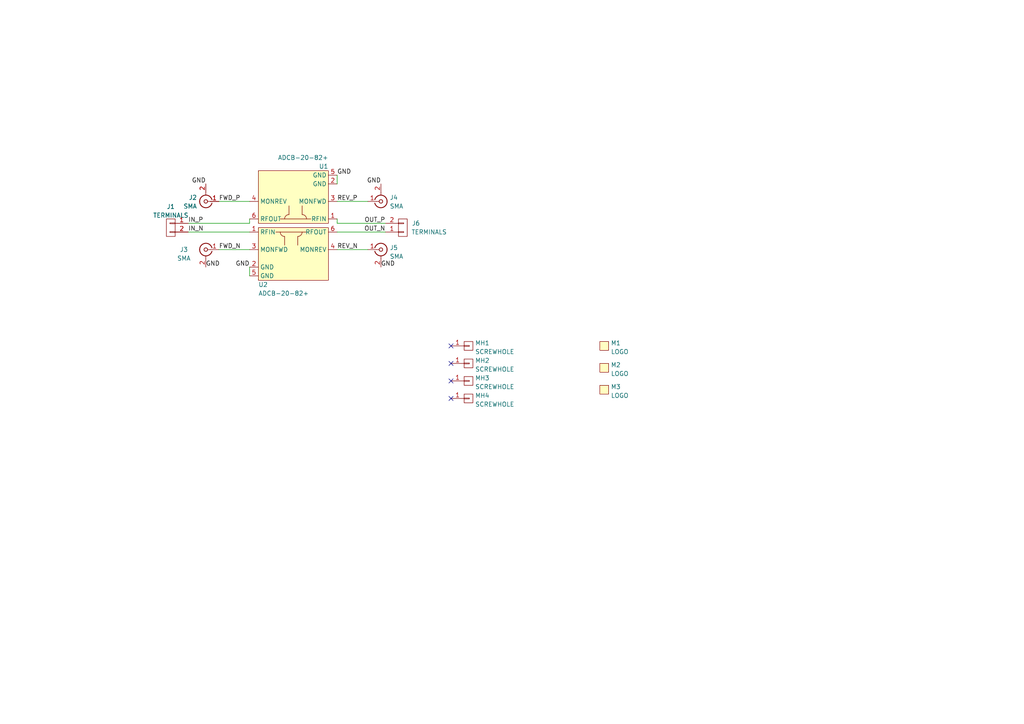
<source format=kicad_sch>
(kicad_sch (version 20211123) (generator eeschema)
  (paper "A4")
  (title_block (title "Base-T1 Inline Probe") (date "2024-01-20") (rev "0.1") (company "Antikernel Labs") (comment 1 "Andrew D. Zonenberg"))
  (lib_symbols
    (symbol "analog-azonenberg:COUPLER_MINICIRCUITS_ADCB-20-82+"
      (property "Reference" "U" (at 0 -1.27 0))
      (property "Value" "COUPLER_MINICIRCUITS_ADCB-20-82+" (at 0 -3.81 0))
      (symbol "COUPLER_MINICIRCUITS_ADCB-20-82+_0_1"
        (polyline (pts (xy 5.08 13.97) (xy 13.97 13.97)) (stroke (width 0.1524)))
        (polyline (pts (xy 7.62 12.7) (xy 7.62 10.16)) (stroke (width 0.1524)))
        (polyline (pts (xy 11.43 12.7) (xy 11.43 10.16)) (stroke (width 0.1524)))
        (rectangle (start 0 15.24) (end 20.32 0) (stroke (width 0.1524)) (fill (type background)))
        (arc (start 6.35 13.97) (mid 5.452 11.802) (end 7.62 12.7) (stroke (width 0.1524)))
        (arc (start 11.43 12.7) (mid 13.598 11.802) (end 12.7 13.97) (stroke (width 0.1524)))
      )
      (symbol "COUPLER_MINICIRCUITS_ADCB-20-82+_1_1"
        (pin input line (at -2.54 13.97 0) (length 2.54) (name "RFIN") (number "1"))
        (pin power_in line (at -2.54 3.81 0) (length 2.54) (name "GND") (number "2"))
        (pin output line (at -2.54 8.89 0) (length 2.54) (name "MONFWD") (number "3"))
        (pin output line (at 22.86 8.89 180) (length 2.54) (name "MONREV") (number "4"))
        (pin power_in line (at -2.54 1.27 0) (length 2.54) (name "GND") (number "5"))
        (pin output line (at 22.86 13.97 180) (length 2.54) (name "RFOUT") (number "6"))
      )
    )
    (symbol "conn:CONN_01X01" (pin_names (offset 1.016) hide)
      (property "Reference" "J" (at 0 2.54 0))
      (property "Value" "CONN_01X01" (at 2.54 0 90))
      (symbol "CONN_01X01_0_1"
        (rectangle (start -1.27 0.127) (end 0.254 -0.127))
        (rectangle (start -1.27 1.27) (end 1.27 -1.27))
      )
      (symbol "CONN_01X01_1_1"
        (pin passive line (at -5.08 0 0) (length 3.81) (name "P1") (number "1"))
      )
    )
    (symbol "conn:CONN_01X02" (pin_names (offset 1.016) hide)
      (property "Reference" "J" (at 0 3.81 0))
      (property "Value" "CONN_01X02" (at 2.54 0 90))
      (symbol "CONN_01X02_0_1"
        (rectangle (start -1.27 -1.143) (end 0.254 -1.397))
        (rectangle (start -1.27 1.397) (end 0.254 1.143))
        (rectangle (start -1.27 2.54) (end 1.27 -2.54))
      )
      (symbol "CONN_01X02_1_1"
        (pin passive line (at -5.08 1.27 0) (length 3.81) (name "P1") (number "1"))
        (pin passive line (at -5.08 -1.27 0) (length 3.81) (name "P2") (number "2"))
      )
    )
    (symbol "conn:CONN_COAXIAL" (pin_names (offset 1.016) hide)
      (property "Reference" "J" (at 0.254 3.048 0))
      (property "Value" "CONN_COAXIAL" (at 2.921 0 90))
      (symbol "CONN_COAXIAL_0_1"
        (arc (start -1.778 -0.508) (mid 0.2311 -1.8066) (end 1.778 0) (stroke (width 0.254)))
        (polyline (pts (xy -1.27 0) (xy -0.508 0)))
        (polyline (pts (xy 0 -2.54) (xy 0 -1.778)))
        (circle (center 0 0) (radius 0.508) (stroke (width 0.2032)))
        (arc (start 1.778 0) (mid 0.2099 1.8101) (end -1.778 0.508) (stroke (width 0.254)))
      )
      (symbol "CONN_COAXIAL_1_1"
        (pin passive line (at -3.81 0 0) (length 2.54) (name "In") (number "1"))
        (pin passive line (at 0 -5.08 90) (length 2.54) (name "Ext") (number "2"))
      )
    )
    (symbol "special-azonenberg:MECHANICAL" (pin_names (offset 1.016))
      (property "Reference" "M" (at 0 -2.54 0))
      (property "Value" "MECHANICAL" (at 0 -5.08 0))
      (symbol "MECHANICAL_0_1"
        (rectangle (start 0 1.27) (end 2.54 -1.27) (fill (type background)))
      )
    )
  )
  (no_connect (at 130.81 100.33))
  (no_connect (at 130.81 105.41))
  (no_connect (at 130.81 110.49))
  (no_connect (at 130.81 115.57))
  (wire (pts (xy 97.79 63.5) (xy 97.79 64.77)))
  (wire (pts (xy 97.79 64.77) (xy 111.76 64.77)))
  (wire (pts (xy 72.39 64.77) (xy 72.39 63.5)))
  (wire (pts (xy 63.5 58.42) (xy 72.39 58.42)))
  (wire (pts (xy 97.79 58.42) (xy 106.68 58.42)))
  (wire (pts (xy 54.61 64.77) (xy 72.39 64.77)))
  (wire (pts (xy 97.79 50.8) (xy 97.79 53.34)))
  (wire (pts (xy 97.79 72.39) (xy 106.68 72.39)))
  (wire (pts (xy 54.61 67.31) (xy 72.39 67.31)))
  (wire (pts (xy 72.39 77.47) (xy 72.39 80.01)))
  (wire (pts (xy 63.5 72.39) (xy 72.39 72.39)))
  (wire (pts (xy 97.79 67.31) (xy 111.76 67.31)))
  (label "GND" (at 72.39 77.47 180))
  (label "REV_N" (at 97.79 72.39 0))
  (label "OUT_N" (at 111.76 67.31 180))
  (label "IN_P" (at 54.61 64.77 0))
  (label "GND" (at 97.79 50.8 0))
  (label "REV_P" (at 97.79 58.42 0))
  (label "OUT_P" (at 111.76 64.77 180))
  (label "GND" (at 59.69 77.47 0))
  (label "GND" (at 110.49 77.47 0))
  (label "FWD_P" (at 63.5 58.42 0))
  (label "IN_N" (at 54.61 67.31 0))
  (label "FWD_N" (at 63.5 72.39 0))
  (label "GND" (at 110.49 53.34 180))
  (label "GND" (at 59.69 53.34 180))
  (symbol (lib_id "conn:CONN_01X01") (at 135.89 110.49 0) (unit 1)
    (property "Reference" "MH3" (at 137.795 109.6553 0) (effects (justify left)))
    (property "Value" "SCREWHOLE" (at 137.795 112.1922 0) (effects (justify left)))
    (property "Footprint" "azonenberg_pcb:MECHANICAL_CLEARANCEHOLE_4_40" (effects hide))
  )
  (symbol (lib_id "conn:CONN_01X02") (at 116.84 66.04 0) (mirror x) (unit 1)
    (property "Reference" "J6" (at 120.65 64.77 0))
    (property "Value" "TERMINALS" (at 124.46 67.31 0))
    (property "Footprint" "azonenberg_pcb:CONN_HEADER_2.54MM_1x2" (effects hide))
  )
  (symbol (lib_id "conn:CONN_01X01") (at 135.89 115.57 0) (unit 1)
    (property "Reference" "MH4" (at 137.795 114.7353 0) (effects (justify left)))
    (property "Value" "SCREWHOLE" (at 137.795 117.2722 0) (effects (justify left)))
    (property "Footprint" "azonenberg_pcb:MECHANICAL_CLEARANCEHOLE_4_40" (effects hide))
  )
  (symbol (lib_id "conn:CONN_01X01") (at 135.89 100.33 0) (unit 1)
    (property "Reference" "MH1" (at 137.795 99.4953 0) (effects (justify left)))
    (property "Value" "SCREWHOLE" (at 137.795 102.0322 0) (effects (justify left)))
    (property "Footprint" "azonenberg_pcb:MECHANICAL_CLEARANCEHOLE_4_40" (effects hide))
  )
  (symbol (lib_id "analog-azonenberg:COUPLER_MINICIRCUITS_ADCB-20-82+") (at 95.25 49.53 180) (unit 1)
    (property "Reference" "U1" (at 95.25 48.26 0) (effects (justify left)))
    (property "Value" "ADCB-20-82+" (at 95.25 45.7231 0) (effects (justify left)))
    (property "Footprint" "azonenberg_pcb:COUPLER_MINICIRCUITS_ADCB-20-82+" (effects hide))
  )
  (symbol (lib_id "conn:CONN_01X01") (at 135.89 105.41 0) (unit 1)
    (property "Reference" "MH2" (at 137.795 104.5753 0) (effects (justify left)))
    (property "Value" "SCREWHOLE" (at 137.795 107.1122 0) (effects (justify left)))
    (property "Footprint" "azonenberg_pcb:MECHANICAL_CLEARANCEHOLE_4_40" (effects hide))
  )
  (symbol (lib_id "conn:CONN_COAXIAL") (at 110.49 58.42 0) (mirror x) (unit 1)
    (property "Reference" "J4" (at 113.0301 57.2921 0) (effects (justify left)))
    (property "Value" "SMA" (at 113.0301 59.829 0) (effects (justify left)))
    (property "Footprint" "azonenberg_pcb:CONN_SMA_EDGE_SAMTEC_SMA_J_P_H_ST_EM1" (effects hide))
  )
  (symbol (lib_id "conn:CONN_COAXIAL") (at 59.69 58.42 180) (unit 1)
    (property "Reference" "J2" (at 57.1499 57.2921 0) (effects (justify left)))
    (property "Value" "SMA" (at 57.1499 59.829 0) (effects (justify left)))
    (property "Footprint" "azonenberg_pcb:CONN_SMA_EDGE_SAMTEC_SMA_J_P_H_ST_EM1" (effects hide))
  )
  (symbol (lib_id "conn:CONN_COAXIAL") (at 110.49 72.39 0) (unit 1)
    (property "Reference" "J5" (at 113.0301 71.8485 0) (effects (justify left)))
    (property "Value" "SMA" (at 113.0301 74.3854 0) (effects (justify left)))
    (property "Footprint" "azonenberg_pcb:CONN_SMA_EDGE_SAMTEC_SMA_J_P_H_ST_EM1" (effects hide))
  )
  (symbol (lib_id "special-azonenberg:MECHANICAL") (at 173.99 113.03 0) (unit 1)
    (property "Reference" "M3" (at 177.165 112.1953 0) (effects (justify left)))
    (property "Value" "LOGO" (at 177.165 114.7322 0) (effects (justify left)))
    (property "Footprint" "w_logo:Logo_silk_OSHW_6x6mm" (effects hide))
  )
  (symbol (lib_id "special-azonenberg:MECHANICAL") (at 173.99 106.68 0) (unit 1)
    (property "Reference" "M2" (at 177.165 105.8453 0) (effects (justify left)))
    (property "Value" "LOGO" (at 177.165 108.3822 0) (effects (justify left)))
    (property "Footprint" "w_logo:Logo_silk_WEEE_3.4x5mm" (effects hide))
  )
  (symbol (lib_id "conn:CONN_01X02") (at 49.53 66.04 0) (mirror y) (unit 1)
    (property "Reference" "J1" (at 49.53 59.9272 0))
    (property "Value" "TERMINALS" (at 49.53 62.4641 0))
    (property "Footprint" "azonenberg_pcb:CONN_HEADER_2.54MM_1x2" (effects hide))
  )
  (symbol (lib_id "special-azonenberg:MECHANICAL") (at 173.99 100.33 0) (unit 1)
    (property "Reference" "M1" (at 177.165 99.4953 0) (effects (justify left)))
    (property "Value" "LOGO" (at 177.165 102.0322 0) (effects (justify left)))
    (property "Footprint" "azonenberg_pcb:LONGTHING-1200DPI" (effects hide))
  )
  (symbol (lib_id "analog-azonenberg:COUPLER_MINICIRCUITS_ADCB-20-82+") (at 74.93 81.28 0) (unit 1)
    (property "Reference" "U2" (at 74.93 82.55 0) (effects (justify left)))
    (property "Value" "ADCB-20-82+" (at 74.93 85.0869 0) (effects (justify left)))
    (property "Footprint" "azonenberg_pcb:COUPLER_MINICIRCUITS_ADCB-20-82+" (effects hide))
  )
  (symbol (lib_id "conn:CONN_COAXIAL") (at 59.69 72.39 0) (mirror y) (unit 1)
    (property "Reference" "J3" (at 53.34 72.39 0))
    (property "Value" "SMA" (at 53.34 74.9269 0))
    (property "Footprint" "azonenberg_pcb:CONN_SMA_EDGE_SAMTEC_SMA_J_P_H_ST_EM1" (effects hide))
  )
)
</source>
